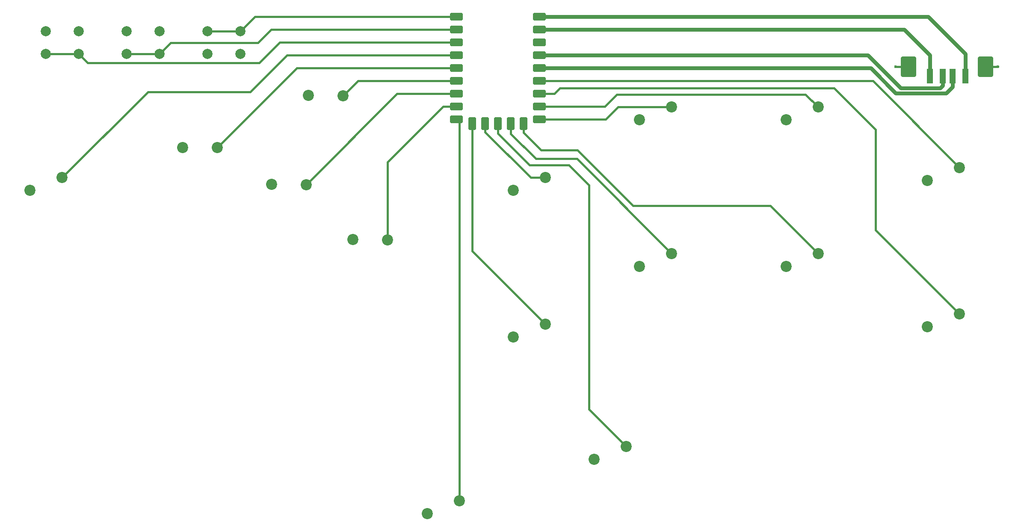
<source format=gbr>
%TF.GenerationSoftware,KiCad,Pcbnew,9.0.2*%
%TF.CreationDate,2025-06-17T17:20:09-07:00*%
%TF.ProjectId,daughter_board,64617567-6874-4657-925f-626f6172642e,rev?*%
%TF.SameCoordinates,Original*%
%TF.FileFunction,Copper,L1,Top*%
%TF.FilePolarity,Positive*%
%FSLAX46Y46*%
G04 Gerber Fmt 4.6, Leading zero omitted, Abs format (unit mm)*
G04 Created by KiCad (PCBNEW 9.0.2) date 2025-06-17 17:20:09*
%MOMM*%
%LPD*%
G01*
G04 APERTURE LIST*
G04 Aperture macros list*
%AMRoundRect*
0 Rectangle with rounded corners*
0 $1 Rounding radius*
0 $2 $3 $4 $5 $6 $7 $8 $9 X,Y pos of 4 corners*
0 Add a 4 corners polygon primitive as box body*
4,1,4,$2,$3,$4,$5,$6,$7,$8,$9,$2,$3,0*
0 Add four circle primitives for the rounded corners*
1,1,$1+$1,$2,$3*
1,1,$1+$1,$4,$5*
1,1,$1+$1,$6,$7*
1,1,$1+$1,$8,$9*
0 Add four rect primitives between the rounded corners*
20,1,$1+$1,$2,$3,$4,$5,0*
20,1,$1+$1,$4,$5,$6,$7,0*
20,1,$1+$1,$6,$7,$8,$9,0*
20,1,$1+$1,$8,$9,$2,$3,0*%
G04 Aperture macros list end*
%TA.AperFunction,ComponentPad*%
%ADD10C,2.200000*%
%TD*%
%TA.AperFunction,ComponentPad*%
%ADD11C,2.000000*%
%TD*%
%TA.AperFunction,SMDPad,CuDef*%
%ADD12R,1.250000X3.000000*%
%TD*%
%TA.AperFunction,SMDPad,CuDef*%
%ADD13RoundRect,0.250000X1.250000X1.750000X-1.250000X1.750000X-1.250000X-1.750000X1.250000X-1.750000X0*%
%TD*%
%TA.AperFunction,ComponentPad*%
%ADD14RoundRect,0.400000X0.900000X0.400000X-0.900000X0.400000X-0.900000X-0.400000X0.900000X-0.400000X0*%
%TD*%
%TA.AperFunction,ComponentPad*%
%ADD15RoundRect,0.400050X0.899950X0.400050X-0.899950X0.400050X-0.899950X-0.400050X0.899950X-0.400050X0*%
%TD*%
%TA.AperFunction,ComponentPad*%
%ADD16RoundRect,0.400000X0.400000X0.900000X-0.400000X0.900000X-0.400000X-0.900000X0.400000X-0.900000X0*%
%TD*%
%TA.AperFunction,ComponentPad*%
%ADD17RoundRect,0.393700X0.393700X0.906300X-0.393700X0.906300X-0.393700X-0.906300X0.393700X-0.906300X0*%
%TD*%
%TA.AperFunction,ViaPad*%
%ADD18C,0.600000*%
%TD*%
%TA.AperFunction,Conductor*%
%ADD19C,0.400000*%
%TD*%
%TA.AperFunction,Conductor*%
%ADD20C,0.800000*%
%TD*%
G04 APERTURE END LIST*
D10*
%TO.P,SW12,1,1*%
%TO.N,/B2*%
X188627364Y-81484873D03*
%TO.P,SW12,2,2*%
%TO.N,GND*%
X182277364Y-84024873D03*
%TD*%
D11*
%TO.P,SW17,1,1*%
%TO.N,/S1*%
X87250000Y-42000000D03*
X80750000Y-42000000D03*
%TO.P,SW17,2,2*%
%TO.N,GND*%
X87250000Y-37500000D03*
X80750000Y-37500000D03*
%TD*%
D10*
%TO.P,SW13,1,1*%
%TO.N,/R2*%
X217627364Y-81484873D03*
%TO.P,SW13,2,2*%
%TO.N,GND*%
X211277364Y-84024873D03*
%TD*%
%TO.P,SW3,1,1*%
%TO.N,/Right*%
X132347378Y-78834676D03*
%TO.P,SW3,2,2*%
%TO.N,GND*%
X125508727Y-78751290D03*
%TD*%
%TO.P,SW15,1,1*%
%TO.N,/L3*%
X179627364Y-119671647D03*
%TO.P,SW15,2,2*%
%TO.N,GND*%
X173277364Y-122211647D03*
%TD*%
%TO.P,SW1,1,1*%
%TO.N,/Left*%
X98678302Y-60558919D03*
%TO.P,SW1,2,2*%
%TO.N,GND*%
X91839651Y-60475533D03*
%TD*%
%TO.P,SW10,1,1*%
%TO.N,/L1*%
X245627364Y-64484873D03*
%TO.P,SW10,2,2*%
%TO.N,GND*%
X239277364Y-67024873D03*
%TD*%
%TO.P,SW8,1,1*%
%TO.N,/B4*%
X188627364Y-52484873D03*
%TO.P,SW8,2,2*%
%TO.N,GND*%
X182277364Y-55024873D03*
%TD*%
D11*
%TO.P,SW16,1,1*%
%TO.N,/S2*%
X71250000Y-42000000D03*
X64750000Y-42000000D03*
%TO.P,SW16,2,2*%
%TO.N,GND*%
X71250000Y-37500000D03*
X64750000Y-37500000D03*
%TD*%
D10*
%TO.P,SW2,1,1*%
%TO.N,/Down*%
X116278207Y-67849038D03*
%TO.P,SW2,2,2*%
%TO.N,GND*%
X109439556Y-67765652D03*
%TD*%
%TO.P,SW9,1,1*%
%TO.N,/R1*%
X217627364Y-52484873D03*
%TO.P,SW9,2,2*%
%TO.N,GND*%
X211277364Y-55024873D03*
%TD*%
D12*
%TO.P,J1,1,VBUS*%
%TO.N,+5V*%
X246750000Y-46380000D03*
%TO.P,J1,2,D-*%
%TO.N,/D-*%
X244250000Y-46380000D03*
%TO.P,J1,3,D+*%
%TO.N,/D+*%
X242250000Y-46380000D03*
%TO.P,J1,4,GND*%
%TO.N,GND*%
X239750000Y-46380000D03*
D13*
%TO.P,J1,5,Shield*%
X250750000Y-44500000D03*
X235500000Y-44500000D03*
%TD*%
D10*
%TO.P,SW7,1,1*%
%TO.N,/B3*%
X163627364Y-66484873D03*
%TO.P,SW7,2,2*%
%TO.N,GND*%
X157277364Y-69024873D03*
%TD*%
%TO.P,SW11,1,1*%
%TO.N,/B1*%
X163627364Y-95484873D03*
%TO.P,SW11,2,2*%
%TO.N,GND*%
X157277364Y-98024873D03*
%TD*%
%TO.P,SW4,1,1*%
%TO.N,/W*%
X123568326Y-50249133D03*
%TO.P,SW4,2,2*%
%TO.N,GND*%
X116729675Y-50165747D03*
%TD*%
%TO.P,SW14,1,1*%
%TO.N,/R3*%
X245627364Y-93484873D03*
%TO.P,SW14,2,2*%
%TO.N,GND*%
X239277364Y-96024873D03*
%TD*%
D11*
%TO.P,SW18,1,1*%
%TO.N,/FUNC*%
X96750000Y-37500000D03*
X103250000Y-37500000D03*
%TO.P,SW18,2,2*%
%TO.N,GND*%
X96750000Y-42000000D03*
X103250000Y-42000000D03*
%TD*%
D10*
%TO.P,SW6,1,1*%
%TO.N,/Space*%
X146627364Y-130484873D03*
%TO.P,SW6,2,2*%
%TO.N,GND*%
X140277364Y-133024873D03*
%TD*%
%TO.P,SW5,1,1*%
%TO.N,/L2*%
X67958288Y-66476569D03*
%TO.P,SW5,2,2*%
%TO.N,GND*%
X61608288Y-69016569D03*
%TD*%
D14*
%TO.P,RZ1,1,GP0*%
%TO.N,/FUNC*%
X146026102Y-34640000D03*
%TO.P,RZ1,2,GP1*%
%TO.N,/S1*%
X146026102Y-37180000D03*
%TO.P,RZ1,3,GP2*%
%TO.N,/S2*%
X146026102Y-39720000D03*
%TO.P,RZ1,4,GP3*%
%TO.N,/L2*%
X146026102Y-42260000D03*
%TO.P,RZ1,5,GP4*%
%TO.N,/Left*%
X146026102Y-44800000D03*
D15*
%TO.P,RZ1,6,GP5*%
%TO.N,/W*%
X146026102Y-47340000D03*
%TO.P,RZ1,7,GP6*%
%TO.N,/Down*%
X146026102Y-49880000D03*
%TO.P,RZ1,8,GP7*%
%TO.N,/Right*%
X146026102Y-52420000D03*
%TO.P,RZ1,9,GP8*%
%TO.N,/Space*%
X146026102Y-54960000D03*
D16*
%TO.P,RZ1,10,GP9*%
%TO.N,/B1*%
X149166102Y-55770000D03*
D17*
%TO.P,RZ1,11,GP10*%
%TO.N,/B3*%
X151706102Y-55770000D03*
%TO.P,RZ1,12,GP11*%
%TO.N,/L3*%
X154246102Y-55770000D03*
%TO.P,RZ1,13,GP12*%
%TO.N,/B2*%
X156786102Y-55770000D03*
%TO.P,RZ1,14,GP13*%
%TO.N,/R2*%
X159326102Y-55770000D03*
D15*
%TO.P,RZ1,15,GP14*%
%TO.N,/B4*%
X162466102Y-54960000D03*
%TO.P,RZ1,16,GP15*%
%TO.N,/R1*%
X162466102Y-52420000D03*
%TO.P,RZ1,17,GP26*%
%TO.N,/R3*%
X162466102Y-49880000D03*
%TO.P,RZ1,18,GP27*%
%TO.N,/L1*%
X162466102Y-47340000D03*
%TO.P,RZ1,19,GP28*%
%TO.N,/D-*%
X162466102Y-44800000D03*
%TO.P,RZ1,20,GP29*%
%TO.N,/D+*%
X162466102Y-42260000D03*
%TO.P,RZ1,21,3V3*%
%TO.N,unconnected-(RZ1-3V3-Pad21)*%
X162466102Y-39720000D03*
%TO.P,RZ1,22,5V*%
%TO.N,+5V*%
X162466102Y-34640000D03*
%TO.P,RZ1,23,GND*%
%TO.N,GND*%
X162466102Y-37180000D03*
%TD*%
D18*
%TO.N,GND*%
X233000000Y-44500000D03*
X253250000Y-44500000D03*
%TD*%
D19*
%TO.N,/L1*%
X228447491Y-47305000D02*
X245627364Y-64484873D01*
X161870000Y-47305000D02*
X228447491Y-47305000D01*
%TO.N,/R3*%
X229000000Y-57000000D02*
X229000000Y-76857509D01*
X166500000Y-48750000D02*
X220750000Y-48750000D01*
X165405000Y-49845000D02*
X166500000Y-48750000D01*
X220750000Y-48750000D02*
X229000000Y-57000000D01*
X229000000Y-76857509D02*
X245627364Y-93484873D01*
X161870000Y-49845000D02*
X165405000Y-49845000D01*
D20*
%TO.N,/D+*%
X234000000Y-48750000D02*
X227510000Y-42260000D01*
X227510000Y-42260000D02*
X161901000Y-42260000D01*
X242250000Y-48250000D02*
X241750000Y-48750000D01*
X241750000Y-48750000D02*
X234000000Y-48750000D01*
X242250000Y-46380000D02*
X242250000Y-48250000D01*
%TO.N,/D-*%
X244250000Y-46380000D02*
X244250000Y-48500000D01*
X243000000Y-49750000D02*
X233000000Y-49750000D01*
X233000000Y-49750000D02*
X228050000Y-44800000D01*
X244250000Y-48500000D02*
X243000000Y-49750000D01*
X228050000Y-44800000D02*
X161901000Y-44800000D01*
%TO.N,+5V*%
X246750000Y-46380000D02*
X246750000Y-42000000D01*
X239401000Y-34651000D02*
X161901000Y-34651000D01*
X246750000Y-42000000D02*
X239401000Y-34651000D01*
%TO.N,GND*%
X239750000Y-42250000D02*
X234680000Y-37180000D01*
X239750000Y-46380000D02*
X239750000Y-42250000D01*
X234680000Y-37180000D02*
X161901000Y-37180000D01*
D19*
X233000000Y-44500000D02*
X235500000Y-44500000D01*
X253250000Y-44500000D02*
X250750000Y-44500000D01*
%TO.N,/Left*%
X114472221Y-44765000D02*
X98678302Y-60558919D01*
X146630000Y-44765000D02*
X114472221Y-44765000D01*
%TO.N,/Down*%
X134282245Y-49845000D02*
X116278207Y-67849038D01*
X146630000Y-49845000D02*
X134282245Y-49845000D01*
%TO.N,/Right*%
X132347378Y-63402623D02*
X132347378Y-78834676D01*
X143365001Y-52385000D02*
X132347378Y-63402623D01*
X146630000Y-52385000D02*
X143365001Y-52385000D01*
%TO.N,/W*%
X146630000Y-47305000D02*
X126512459Y-47305000D01*
X126512459Y-47305000D02*
X123568326Y-50249133D01*
%TO.N,/Space*%
X146630000Y-54925000D02*
X146630000Y-118120000D01*
X146627364Y-118122636D02*
X146627364Y-130484873D01*
X146630000Y-118120000D02*
X146627364Y-118122636D01*
%TO.N,/B3*%
X151710000Y-57460000D02*
X160734873Y-66484873D01*
X160734873Y-66484873D02*
X163627364Y-66484873D01*
X151710000Y-55135000D02*
X151710000Y-57460000D01*
%TO.N,/B4*%
X178015127Y-52484873D02*
X188627364Y-52484873D01*
X161905000Y-54960000D02*
X175540000Y-54960000D01*
X175540000Y-54960000D02*
X178015127Y-52484873D01*
X161870000Y-54925000D02*
X161905000Y-54960000D01*
%TO.N,/B1*%
X149170000Y-81027509D02*
X163627364Y-95484873D01*
X149170000Y-55135000D02*
X149170000Y-81027509D01*
%TO.N,/B2*%
X156790000Y-55135000D02*
X156790000Y-57790000D01*
X161750000Y-62750000D02*
X169892491Y-62750000D01*
X156790000Y-57790000D02*
X161750000Y-62750000D01*
X169892491Y-62750000D02*
X188627364Y-81484873D01*
%TO.N,/S2*%
X146630000Y-39685000D02*
X111065000Y-39685000D01*
X107000000Y-43750000D02*
X73000000Y-43750000D01*
X73000000Y-43750000D02*
X71250000Y-42000000D01*
X111065000Y-39685000D02*
X107000000Y-43750000D01*
X64750000Y-42000000D02*
X71250000Y-42000000D01*
%TO.N,/S1*%
X109320000Y-37180000D02*
X146626102Y-37180000D01*
X106750000Y-39750000D02*
X109320000Y-37180000D01*
X89500000Y-39750000D02*
X106750000Y-39750000D01*
X80750000Y-42000000D02*
X87250000Y-42000000D01*
X87250000Y-42000000D02*
X89500000Y-39750000D01*
%TO.N,/R1*%
X177750000Y-50000000D02*
X215142491Y-50000000D01*
X161870000Y-52385000D02*
X175365000Y-52385000D01*
X175365000Y-52385000D02*
X177750000Y-50000000D01*
X215142491Y-50000000D02*
X217627364Y-52484873D01*
%TO.N,/L3*%
X168250000Y-64000000D02*
X172250000Y-68000000D01*
X154250000Y-57750000D02*
X160500000Y-64000000D01*
X160500000Y-64000000D02*
X168250000Y-64000000D01*
X172250000Y-68000000D02*
X172250000Y-112294283D01*
X154250000Y-55135000D02*
X154250000Y-57750000D01*
X172250000Y-112294283D02*
X179627364Y-119671647D01*
%TO.N,/R2*%
X181000000Y-72000000D02*
X208142491Y-72000000D01*
X159330000Y-55135000D02*
X159330000Y-57580000D01*
X170000000Y-61000000D02*
X181000000Y-72000000D01*
X159330000Y-57580000D02*
X162750000Y-61000000D01*
X208142491Y-72000000D02*
X217627364Y-81484873D01*
X162750000Y-61000000D02*
X170000000Y-61000000D01*
%TO.N,/L2*%
X84934857Y-49500000D02*
X67958288Y-66476569D01*
X112490000Y-42260000D02*
X105250000Y-49500000D01*
X105250000Y-49500000D02*
X84934857Y-49500000D01*
X146626102Y-42260000D02*
X112490000Y-42260000D01*
%TO.N,/FUNC*%
X96750000Y-37500000D02*
X103250000Y-37500000D01*
X146626102Y-34640000D02*
X106110000Y-34640000D01*
X106110000Y-34640000D02*
X103250000Y-37500000D01*
%TD*%
M02*

</source>
